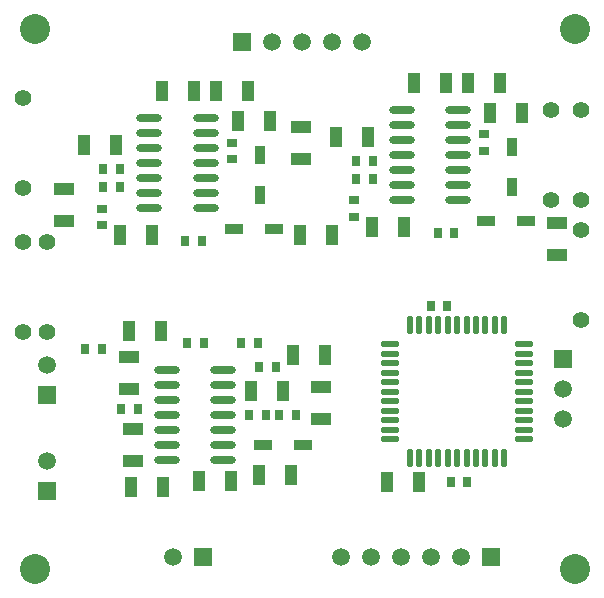
<source format=gbr>
G04 Layer_Color=255*
%FSLAX26Y26*%
%MOIN*%
%TF.FileFunction,Pads,Top*%
%TF.Part,Single*%
G01*
G75*
%TA.AperFunction,SMDPad,CuDef*%
%ADD10O,0.086614X0.023622*%
%ADD11R,0.043307X0.066929*%
%ADD12O,0.062992X0.021654*%
%ADD13O,0.021654X0.062992*%
%ADD14R,0.062992X0.033465*%
%ADD15R,0.033465X0.062992*%
%ADD16R,0.031496X0.035433*%
%ADD17R,0.035433X0.031496*%
%ADD18R,0.066929X0.043307*%
%TA.AperFunction,ViaPad*%
%ADD21C,0.100000*%
%TA.AperFunction,ComponentPad*%
%ADD22R,0.059055X0.059055*%
%ADD23C,0.059055*%
%ADD24R,0.059055X0.059055*%
%ADD25C,0.055118*%
D10*
X2322834Y2630000D02*
D03*
Y2580000D02*
D03*
Y2530000D02*
D03*
Y2480000D02*
D03*
Y2430000D02*
D03*
Y2380000D02*
D03*
Y2330000D02*
D03*
X2511812Y2630000D02*
D03*
Y2580000D02*
D03*
Y2530000D02*
D03*
Y2480000D02*
D03*
Y2430000D02*
D03*
Y2380000D02*
D03*
Y2330000D02*
D03*
X1481024Y2603070D02*
D03*
Y2553070D02*
D03*
Y2503070D02*
D03*
Y2453070D02*
D03*
Y2403070D02*
D03*
Y2353070D02*
D03*
Y2303070D02*
D03*
X1670000Y2603070D02*
D03*
Y2553070D02*
D03*
Y2503070D02*
D03*
Y2453070D02*
D03*
Y2403070D02*
D03*
Y2353070D02*
D03*
Y2303070D02*
D03*
X1539844Y1763070D02*
D03*
Y1713070D02*
D03*
Y1663070D02*
D03*
Y1613070D02*
D03*
Y1563070D02*
D03*
Y1513070D02*
D03*
Y1463070D02*
D03*
X1728820Y1763070D02*
D03*
Y1713070D02*
D03*
Y1663070D02*
D03*
Y1613070D02*
D03*
Y1563070D02*
D03*
Y1513070D02*
D03*
Y1463070D02*
D03*
D11*
X2274408Y1390000D02*
D03*
X2380708D02*
D03*
X2365590Y2720000D02*
D03*
X2471890D02*
D03*
X2211890Y2540000D02*
D03*
X2105590D02*
D03*
X2331890Y2240000D02*
D03*
X2225590D02*
D03*
X2651890Y2720000D02*
D03*
X2545590D02*
D03*
X2724960Y2620000D02*
D03*
X2618662D02*
D03*
X1523780Y2693070D02*
D03*
X1630080D02*
D03*
X1810080D02*
D03*
X1703780D02*
D03*
X1983780Y2213070D02*
D03*
X2090080D02*
D03*
X1883150Y2593070D02*
D03*
X1776850D02*
D03*
X1490080Y2213070D02*
D03*
X1383780D02*
D03*
X1370080Y2513070D02*
D03*
X1263780D02*
D03*
X1962600Y1813070D02*
D03*
X2068900D02*
D03*
X1822600Y1693070D02*
D03*
X1928900D02*
D03*
X1649450Y1393070D02*
D03*
X1755750D02*
D03*
X1521340Y1893070D02*
D03*
X1415040D02*
D03*
X1955750Y1413070D02*
D03*
X1849450D02*
D03*
X1528900Y1373070D02*
D03*
X1422600D02*
D03*
D12*
X2730708Y1847480D02*
D03*
Y1815984D02*
D03*
Y1784488D02*
D03*
Y1752992D02*
D03*
Y1721496D02*
D03*
Y1690000D02*
D03*
Y1658504D02*
D03*
Y1627008D02*
D03*
Y1595512D02*
D03*
Y1564016D02*
D03*
Y1532520D02*
D03*
X2285826D02*
D03*
Y1564016D02*
D03*
Y1595512D02*
D03*
Y1627008D02*
D03*
Y1658504D02*
D03*
Y1690000D02*
D03*
Y1721496D02*
D03*
Y1752992D02*
D03*
Y1784488D02*
D03*
Y1815984D02*
D03*
Y1847480D02*
D03*
D13*
X2665748Y1467560D02*
D03*
X2634250D02*
D03*
X2602754D02*
D03*
X2571258D02*
D03*
X2539762D02*
D03*
X2508266D02*
D03*
X2476770D02*
D03*
X2445274D02*
D03*
X2413778D02*
D03*
X2382282D02*
D03*
X2350786D02*
D03*
Y1912442D02*
D03*
X2382282D02*
D03*
X2413778D02*
D03*
X2445274D02*
D03*
X2476770D02*
D03*
X2508266D02*
D03*
X2539762D02*
D03*
X2571258D02*
D03*
X2602754D02*
D03*
X2634250D02*
D03*
X2665748D02*
D03*
D14*
X1896930Y2233070D02*
D03*
X1763072D02*
D03*
X2738740Y2260000D02*
D03*
X2604882D02*
D03*
X1861892Y1513070D02*
D03*
X1995750D02*
D03*
D15*
X1850000Y2480000D02*
D03*
Y2346140D02*
D03*
X2691812Y2506930D02*
D03*
Y2373070D02*
D03*
D16*
X2226300Y2460000D02*
D03*
X2171182D02*
D03*
Y2400000D02*
D03*
X2226300D02*
D03*
X2542676Y1390000D02*
D03*
X2487558D02*
D03*
X2498740Y2220000D02*
D03*
X2443622D02*
D03*
X1384488Y2433070D02*
D03*
X1329370D02*
D03*
X1656930Y2193070D02*
D03*
X1601812D02*
D03*
X1329370Y2373070D02*
D03*
X1384488D02*
D03*
X1268190Y1833070D02*
D03*
X1323308D02*
D03*
X1848190Y1773070D02*
D03*
X1903308D02*
D03*
X1788190Y1853070D02*
D03*
X1843308D02*
D03*
X1608190D02*
D03*
X1663308D02*
D03*
X1388190Y1633070D02*
D03*
X1443308D02*
D03*
X1970158Y1613070D02*
D03*
X1915040D02*
D03*
X1815042D02*
D03*
X1870160D02*
D03*
X2475118Y1975000D02*
D03*
X2420000D02*
D03*
D17*
X2165590Y2272440D02*
D03*
Y2327560D02*
D03*
X2598740Y2492440D02*
D03*
Y2547560D02*
D03*
X1323780Y2245512D02*
D03*
Y2300630D02*
D03*
X1756930Y2465512D02*
D03*
Y2520630D02*
D03*
D18*
X2840000Y2253150D02*
D03*
Y2146850D02*
D03*
X1988740Y2466850D02*
D03*
Y2573150D02*
D03*
X1196930Y2259920D02*
D03*
Y2366220D02*
D03*
X1428820Y1459920D02*
D03*
Y1566220D02*
D03*
X2055750Y1706220D02*
D03*
Y1599920D02*
D03*
X1415750Y1699920D02*
D03*
Y1806220D02*
D03*
D21*
X1100000Y1100000D02*
D03*
X2900000D02*
D03*
Y2900000D02*
D03*
X1100000D02*
D03*
D22*
X1140000Y1680000D02*
D03*
Y1360000D02*
D03*
X2860000Y1800000D02*
D03*
D23*
X1140000Y1780000D02*
D03*
Y1460000D02*
D03*
X2860000Y1700000D02*
D03*
Y1600000D02*
D03*
X2520000Y1140000D02*
D03*
X2420000D02*
D03*
X2320000D02*
D03*
X2220000D02*
D03*
X2120000D02*
D03*
X2191850Y2854488D02*
D03*
X2091850D02*
D03*
X1991850D02*
D03*
X1891850D02*
D03*
X1560000Y1140000D02*
D03*
D24*
X2620000D02*
D03*
X1791850Y2854488D02*
D03*
X1660000Y1140000D02*
D03*
D25*
X2820000Y2330000D02*
D03*
Y2630000D02*
D03*
X1060000Y2370000D02*
D03*
Y2670000D02*
D03*
X2920000Y2330000D02*
D03*
Y2630000D02*
D03*
X1060000Y2190000D02*
D03*
Y1890000D02*
D03*
X2920000Y1930000D02*
D03*
Y2230000D02*
D03*
X1140000Y2190000D02*
D03*
Y1890000D02*
D03*
%TF.MD5,247e3008309699d4f049ee987e8c3dd7*%
M02*

</source>
